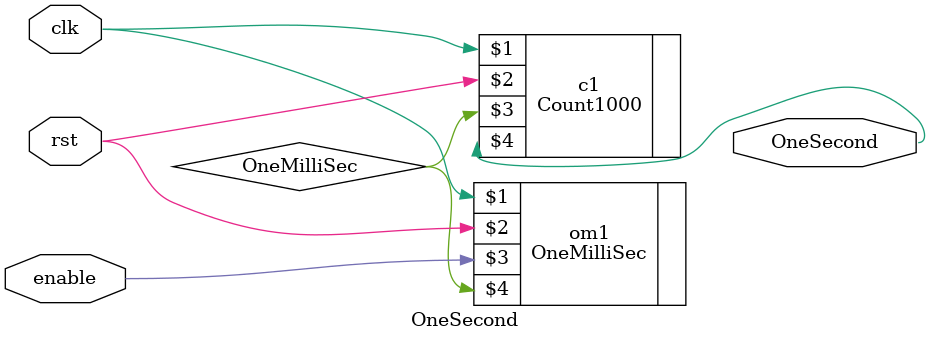
<source format=v>
module OneSecond(clk, rst, enable, OneSecond);

input clk, rst, enable;
output OneSecond;

wire OneMilliSec;	
	
	OneMilliSec om1 (clk, rst, enable, OneMilliSec);
	Count1000   c1  (clk, rst, OneMilliSec, OneSecond);

endmodule
	

</source>
